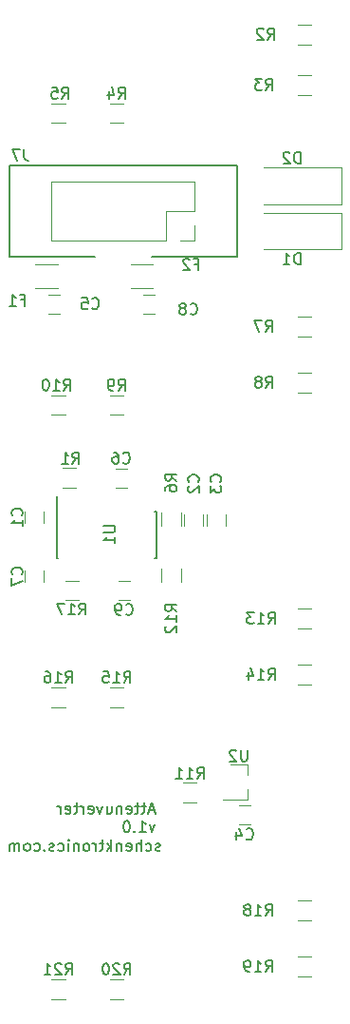
<source format=gbr>
G04 #@! TF.GenerationSoftware,KiCad,Pcbnew,(5.1.4)-1*
G04 #@! TF.CreationDate,2019-11-25T21:03:08-08:00*
G04 #@! TF.ProjectId,Attenuverter,41747465-6e75-4766-9572-7465722e6b69,rev?*
G04 #@! TF.SameCoordinates,Original*
G04 #@! TF.FileFunction,Legend,Bot*
G04 #@! TF.FilePolarity,Positive*
%FSLAX46Y46*%
G04 Gerber Fmt 4.6, Leading zero omitted, Abs format (unit mm)*
G04 Created by KiCad (PCBNEW (5.1.4)-1) date 2019-11-25 21:03:08*
%MOMM*%
%LPD*%
G04 APERTURE LIST*
%ADD10C,0.150000*%
%ADD11C,0.120000*%
G04 APERTURE END LIST*
D10*
X113738095Y-131154761D02*
X113642857Y-131202380D01*
X113452380Y-131202380D01*
X113357142Y-131154761D01*
X113309523Y-131059523D01*
X113309523Y-131011904D01*
X113357142Y-130916666D01*
X113452380Y-130869047D01*
X113595238Y-130869047D01*
X113690476Y-130821428D01*
X113738095Y-130726190D01*
X113738095Y-130678571D01*
X113690476Y-130583333D01*
X113595238Y-130535714D01*
X113452380Y-130535714D01*
X113357142Y-130583333D01*
X112452380Y-131154761D02*
X112547619Y-131202380D01*
X112738095Y-131202380D01*
X112833333Y-131154761D01*
X112880952Y-131107142D01*
X112928571Y-131011904D01*
X112928571Y-130726190D01*
X112880952Y-130630952D01*
X112833333Y-130583333D01*
X112738095Y-130535714D01*
X112547619Y-130535714D01*
X112452380Y-130583333D01*
X112023809Y-131202380D02*
X112023809Y-130202380D01*
X111595238Y-131202380D02*
X111595238Y-130678571D01*
X111642857Y-130583333D01*
X111738095Y-130535714D01*
X111880952Y-130535714D01*
X111976190Y-130583333D01*
X112023809Y-130630952D01*
X110738095Y-131154761D02*
X110833333Y-131202380D01*
X111023809Y-131202380D01*
X111119047Y-131154761D01*
X111166666Y-131059523D01*
X111166666Y-130678571D01*
X111119047Y-130583333D01*
X111023809Y-130535714D01*
X110833333Y-130535714D01*
X110738095Y-130583333D01*
X110690476Y-130678571D01*
X110690476Y-130773809D01*
X111166666Y-130869047D01*
X110261904Y-130535714D02*
X110261904Y-131202380D01*
X110261904Y-130630952D02*
X110214285Y-130583333D01*
X110119047Y-130535714D01*
X109976190Y-130535714D01*
X109880952Y-130583333D01*
X109833333Y-130678571D01*
X109833333Y-131202380D01*
X109357142Y-131202380D02*
X109357142Y-130202380D01*
X109261904Y-130821428D02*
X108976190Y-131202380D01*
X108976190Y-130535714D02*
X109357142Y-130916666D01*
X108690476Y-130535714D02*
X108309523Y-130535714D01*
X108547619Y-130202380D02*
X108547619Y-131059523D01*
X108500000Y-131154761D01*
X108404761Y-131202380D01*
X108309523Y-131202380D01*
X107976190Y-131202380D02*
X107976190Y-130535714D01*
X107976190Y-130726190D02*
X107928571Y-130630952D01*
X107880952Y-130583333D01*
X107785714Y-130535714D01*
X107690476Y-130535714D01*
X107214285Y-131202380D02*
X107309523Y-131154761D01*
X107357142Y-131107142D01*
X107404761Y-131011904D01*
X107404761Y-130726190D01*
X107357142Y-130630952D01*
X107309523Y-130583333D01*
X107214285Y-130535714D01*
X107071428Y-130535714D01*
X106976190Y-130583333D01*
X106928571Y-130630952D01*
X106880952Y-130726190D01*
X106880952Y-131011904D01*
X106928571Y-131107142D01*
X106976190Y-131154761D01*
X107071428Y-131202380D01*
X107214285Y-131202380D01*
X106452380Y-130535714D02*
X106452380Y-131202380D01*
X106452380Y-130630952D02*
X106404761Y-130583333D01*
X106309523Y-130535714D01*
X106166666Y-130535714D01*
X106071428Y-130583333D01*
X106023809Y-130678571D01*
X106023809Y-131202380D01*
X105547619Y-131202380D02*
X105547619Y-130535714D01*
X105547619Y-130202380D02*
X105595238Y-130250000D01*
X105547619Y-130297619D01*
X105500000Y-130250000D01*
X105547619Y-130202380D01*
X105547619Y-130297619D01*
X104642857Y-131154761D02*
X104738095Y-131202380D01*
X104928571Y-131202380D01*
X105023809Y-131154761D01*
X105071428Y-131107142D01*
X105119047Y-131011904D01*
X105119047Y-130726190D01*
X105071428Y-130630952D01*
X105023809Y-130583333D01*
X104928571Y-130535714D01*
X104738095Y-130535714D01*
X104642857Y-130583333D01*
X104261904Y-131154761D02*
X104166666Y-131202380D01*
X103976190Y-131202380D01*
X103880952Y-131154761D01*
X103833333Y-131059523D01*
X103833333Y-131011904D01*
X103880952Y-130916666D01*
X103976190Y-130869047D01*
X104119047Y-130869047D01*
X104214285Y-130821428D01*
X104261904Y-130726190D01*
X104261904Y-130678571D01*
X104214285Y-130583333D01*
X104119047Y-130535714D01*
X103976190Y-130535714D01*
X103880952Y-130583333D01*
X103404761Y-131107142D02*
X103357142Y-131154761D01*
X103404761Y-131202380D01*
X103452380Y-131154761D01*
X103404761Y-131107142D01*
X103404761Y-131202380D01*
X102500000Y-131154761D02*
X102595238Y-131202380D01*
X102785714Y-131202380D01*
X102880952Y-131154761D01*
X102928571Y-131107142D01*
X102976190Y-131011904D01*
X102976190Y-130726190D01*
X102928571Y-130630952D01*
X102880952Y-130583333D01*
X102785714Y-130535714D01*
X102595238Y-130535714D01*
X102500000Y-130583333D01*
X101928571Y-131202380D02*
X102023809Y-131154761D01*
X102071428Y-131107142D01*
X102119047Y-131011904D01*
X102119047Y-130726190D01*
X102071428Y-130630952D01*
X102023809Y-130583333D01*
X101928571Y-130535714D01*
X101785714Y-130535714D01*
X101690476Y-130583333D01*
X101642857Y-130630952D01*
X101595238Y-130726190D01*
X101595238Y-131011904D01*
X101642857Y-131107142D01*
X101690476Y-131154761D01*
X101785714Y-131202380D01*
X101928571Y-131202380D01*
X101166666Y-131202380D02*
X101166666Y-130535714D01*
X101166666Y-130630952D02*
X101119047Y-130583333D01*
X101023809Y-130535714D01*
X100880952Y-130535714D01*
X100785714Y-130583333D01*
X100738095Y-130678571D01*
X100738095Y-131202380D01*
X100738095Y-130678571D02*
X100690476Y-130583333D01*
X100595238Y-130535714D01*
X100452380Y-130535714D01*
X100357142Y-130583333D01*
X100309523Y-130678571D01*
X100309523Y-131202380D01*
X113212023Y-127591666D02*
X112735833Y-127591666D01*
X113307261Y-127877380D02*
X112973928Y-126877380D01*
X112640595Y-127877380D01*
X112450119Y-127210714D02*
X112069166Y-127210714D01*
X112307261Y-126877380D02*
X112307261Y-127734523D01*
X112259642Y-127829761D01*
X112164404Y-127877380D01*
X112069166Y-127877380D01*
X111878690Y-127210714D02*
X111497738Y-127210714D01*
X111735833Y-126877380D02*
X111735833Y-127734523D01*
X111688214Y-127829761D01*
X111592976Y-127877380D01*
X111497738Y-127877380D01*
X110783452Y-127829761D02*
X110878690Y-127877380D01*
X111069166Y-127877380D01*
X111164404Y-127829761D01*
X111212023Y-127734523D01*
X111212023Y-127353571D01*
X111164404Y-127258333D01*
X111069166Y-127210714D01*
X110878690Y-127210714D01*
X110783452Y-127258333D01*
X110735833Y-127353571D01*
X110735833Y-127448809D01*
X111212023Y-127544047D01*
X110307261Y-127210714D02*
X110307261Y-127877380D01*
X110307261Y-127305952D02*
X110259642Y-127258333D01*
X110164404Y-127210714D01*
X110021547Y-127210714D01*
X109926309Y-127258333D01*
X109878690Y-127353571D01*
X109878690Y-127877380D01*
X108973928Y-127210714D02*
X108973928Y-127877380D01*
X109402500Y-127210714D02*
X109402500Y-127734523D01*
X109354880Y-127829761D01*
X109259642Y-127877380D01*
X109116785Y-127877380D01*
X109021547Y-127829761D01*
X108973928Y-127782142D01*
X108592976Y-127210714D02*
X108354880Y-127877380D01*
X108116785Y-127210714D01*
X107354880Y-127829761D02*
X107450119Y-127877380D01*
X107640595Y-127877380D01*
X107735833Y-127829761D01*
X107783452Y-127734523D01*
X107783452Y-127353571D01*
X107735833Y-127258333D01*
X107640595Y-127210714D01*
X107450119Y-127210714D01*
X107354880Y-127258333D01*
X107307261Y-127353571D01*
X107307261Y-127448809D01*
X107783452Y-127544047D01*
X106878690Y-127877380D02*
X106878690Y-127210714D01*
X106878690Y-127401190D02*
X106831071Y-127305952D01*
X106783452Y-127258333D01*
X106688214Y-127210714D01*
X106592976Y-127210714D01*
X106402500Y-127210714D02*
X106021547Y-127210714D01*
X106259642Y-126877380D02*
X106259642Y-127734523D01*
X106212023Y-127829761D01*
X106116785Y-127877380D01*
X106021547Y-127877380D01*
X105307261Y-127829761D02*
X105402500Y-127877380D01*
X105592976Y-127877380D01*
X105688214Y-127829761D01*
X105735833Y-127734523D01*
X105735833Y-127353571D01*
X105688214Y-127258333D01*
X105592976Y-127210714D01*
X105402500Y-127210714D01*
X105307261Y-127258333D01*
X105259642Y-127353571D01*
X105259642Y-127448809D01*
X105735833Y-127544047D01*
X104831071Y-127877380D02*
X104831071Y-127210714D01*
X104831071Y-127401190D02*
X104783452Y-127305952D01*
X104735833Y-127258333D01*
X104640595Y-127210714D01*
X104545357Y-127210714D01*
X113259642Y-128860714D02*
X113021547Y-129527380D01*
X112783452Y-128860714D01*
X111878690Y-129527380D02*
X112450119Y-129527380D01*
X112164404Y-129527380D02*
X112164404Y-128527380D01*
X112259642Y-128670238D01*
X112354880Y-128765476D01*
X112450119Y-128813095D01*
X111450119Y-129432142D02*
X111402500Y-129479761D01*
X111450119Y-129527380D01*
X111497738Y-129479761D01*
X111450119Y-129432142D01*
X111450119Y-129527380D01*
X110783452Y-128527380D02*
X110688214Y-128527380D01*
X110592976Y-128575000D01*
X110545357Y-128622619D01*
X110497738Y-128717857D01*
X110450119Y-128908333D01*
X110450119Y-129146428D01*
X110497738Y-129336904D01*
X110545357Y-129432142D01*
X110592976Y-129479761D01*
X110688214Y-129527380D01*
X110783452Y-129527380D01*
X110878690Y-129479761D01*
X110926309Y-129432142D01*
X110973928Y-129336904D01*
X111021547Y-129146428D01*
X111021547Y-128908333D01*
X110973928Y-128717857D01*
X110926309Y-128622619D01*
X110878690Y-128575000D01*
X110783452Y-128527380D01*
D11*
X101650000Y-102000000D02*
X101650000Y-101000000D01*
X103350000Y-101000000D02*
X103350000Y-102000000D01*
X115900000Y-102250000D02*
X115900000Y-101250000D01*
X117600000Y-101250000D02*
X117600000Y-102250000D01*
X119600000Y-101250000D02*
X119600000Y-102250000D01*
X117900000Y-102250000D02*
X117900000Y-101250000D01*
X121750000Y-128850000D02*
X120750000Y-128850000D01*
X120750000Y-127150000D02*
X121750000Y-127150000D01*
X103750000Y-81650000D02*
X104750000Y-81650000D01*
X104750000Y-83350000D02*
X103750000Y-83350000D01*
X110750000Y-98850000D02*
X109750000Y-98850000D01*
X109750000Y-97150000D02*
X110750000Y-97150000D01*
X103350000Y-106250000D02*
X103350000Y-107250000D01*
X101650000Y-107250000D02*
X101650000Y-106250000D01*
X113250000Y-83350000D02*
X112250000Y-83350000D01*
X112250000Y-81650000D02*
X113250000Y-81650000D01*
X110000000Y-107150000D02*
X111000000Y-107150000D01*
X111000000Y-108850000D02*
X110000000Y-108850000D01*
X129900000Y-74350000D02*
X129900000Y-77650000D01*
X129900000Y-77650000D02*
X123000000Y-77650000D01*
X129900000Y-74350000D02*
X123000000Y-74350000D01*
X129900000Y-70350000D02*
X129900000Y-73650000D01*
X129900000Y-73650000D02*
X123000000Y-73650000D01*
X129900000Y-70350000D02*
X123000000Y-70350000D01*
X104590000Y-78930000D02*
X102590000Y-78930000D01*
X102590000Y-81070000D02*
X104590000Y-81070000D01*
X113090000Y-78930000D02*
X111090000Y-78930000D01*
X111090000Y-81070000D02*
X113090000Y-81070000D01*
X106250000Y-97120000D02*
X105050000Y-97120000D01*
X105050000Y-98880000D02*
X106250000Y-98880000D01*
X127250000Y-57620000D02*
X126050000Y-57620000D01*
X126050000Y-59380000D02*
X127250000Y-59380000D01*
X126050000Y-63880000D02*
X127250000Y-63880000D01*
X127250000Y-62120000D02*
X126050000Y-62120000D01*
X110450000Y-64620000D02*
X109250000Y-64620000D01*
X109250000Y-66380000D02*
X110450000Y-66380000D01*
X105250000Y-64620000D02*
X104050000Y-64620000D01*
X104050000Y-66380000D02*
X105250000Y-66380000D01*
X115630000Y-102250000D02*
X115630000Y-101050000D01*
X113870000Y-101050000D02*
X113870000Y-102250000D01*
X127250000Y-83620000D02*
X126050000Y-83620000D01*
X126050000Y-85380000D02*
X127250000Y-85380000D01*
X126050000Y-90380000D02*
X127250000Y-90380000D01*
X127250000Y-88620000D02*
X126050000Y-88620000D01*
X110450000Y-90620000D02*
X109250000Y-90620000D01*
X109250000Y-92380000D02*
X110450000Y-92380000D01*
X105250000Y-90620000D02*
X104050000Y-90620000D01*
X104050000Y-92380000D02*
X105250000Y-92380000D01*
X115800000Y-126880000D02*
X117000000Y-126880000D01*
X117000000Y-125120000D02*
X115800000Y-125120000D01*
X113870000Y-106050000D02*
X113870000Y-107250000D01*
X115630000Y-107250000D02*
X115630000Y-106050000D01*
X127250000Y-109620000D02*
X126050000Y-109620000D01*
X126050000Y-111380000D02*
X127250000Y-111380000D01*
X126050000Y-116380000D02*
X127250000Y-116380000D01*
X127250000Y-114620000D02*
X126050000Y-114620000D01*
X110450000Y-116620000D02*
X109250000Y-116620000D01*
X109250000Y-118380000D02*
X110450000Y-118380000D01*
X105250000Y-116620000D02*
X104050000Y-116620000D01*
X104050000Y-118380000D02*
X105250000Y-118380000D01*
X106450000Y-107120000D02*
X105250000Y-107120000D01*
X105250000Y-108880000D02*
X106450000Y-108880000D01*
X127250000Y-135620000D02*
X126050000Y-135620000D01*
X126050000Y-137380000D02*
X127250000Y-137380000D01*
X126050000Y-142380000D02*
X127250000Y-142380000D01*
X127250000Y-140620000D02*
X126050000Y-140620000D01*
X110450000Y-142620000D02*
X109250000Y-142620000D01*
X109250000Y-144380000D02*
X110450000Y-144380000D01*
X105250000Y-142620000D02*
X104050000Y-142620000D01*
X104050000Y-144380000D02*
X105250000Y-144380000D01*
D10*
X104490000Y-100975000D02*
X104515000Y-100975000D01*
X104490000Y-105125000D02*
X104605000Y-105125000D01*
X113390000Y-105125000D02*
X113275000Y-105125000D01*
X113390000Y-100975000D02*
X113275000Y-100975000D01*
X104490000Y-100975000D02*
X104490000Y-105125000D01*
X113390000Y-100975000D02*
X113390000Y-105125000D01*
X104515000Y-100975000D02*
X104515000Y-99600000D01*
D11*
X121510000Y-123470000D02*
X121510000Y-124400000D01*
X121510000Y-126630000D02*
X121510000Y-125700000D01*
X121510000Y-126630000D02*
X119350000Y-126630000D01*
X121510000Y-123470000D02*
X120050000Y-123470000D01*
X116830000Y-76830000D02*
X116830000Y-75500000D01*
X115500000Y-76830000D02*
X116830000Y-76830000D01*
X116830000Y-74230000D02*
X116830000Y-71630000D01*
X114230000Y-74230000D02*
X116830000Y-74230000D01*
X114230000Y-76830000D02*
X114230000Y-74230000D01*
X116830000Y-71630000D02*
X104010000Y-71630000D01*
X114230000Y-76830000D02*
X104010000Y-76830000D01*
X104010000Y-76830000D02*
X104010000Y-71630000D01*
D10*
X107880000Y-78294000D02*
X100260000Y-78294000D01*
X100260000Y-78294000D02*
X100260000Y-70166000D01*
X100260000Y-70166000D02*
X120580000Y-70166000D01*
X120580000Y-70166000D02*
X120580000Y-78294000D01*
X120580000Y-78294000D02*
X112960000Y-78294000D01*
X101357142Y-101333333D02*
X101404761Y-101285714D01*
X101452380Y-101142857D01*
X101452380Y-101047619D01*
X101404761Y-100904761D01*
X101309523Y-100809523D01*
X101214285Y-100761904D01*
X101023809Y-100714285D01*
X100880952Y-100714285D01*
X100690476Y-100761904D01*
X100595238Y-100809523D01*
X100500000Y-100904761D01*
X100452380Y-101047619D01*
X100452380Y-101142857D01*
X100500000Y-101285714D01*
X100547619Y-101333333D01*
X101452380Y-102285714D02*
X101452380Y-101714285D01*
X101452380Y-102000000D02*
X100452380Y-102000000D01*
X100595238Y-101904761D01*
X100690476Y-101809523D01*
X100738095Y-101714285D01*
X117107142Y-98333333D02*
X117154761Y-98285714D01*
X117202380Y-98142857D01*
X117202380Y-98047619D01*
X117154761Y-97904761D01*
X117059523Y-97809523D01*
X116964285Y-97761904D01*
X116773809Y-97714285D01*
X116630952Y-97714285D01*
X116440476Y-97761904D01*
X116345238Y-97809523D01*
X116250000Y-97904761D01*
X116202380Y-98047619D01*
X116202380Y-98142857D01*
X116250000Y-98285714D01*
X116297619Y-98333333D01*
X116297619Y-98714285D02*
X116250000Y-98761904D01*
X116202380Y-98857142D01*
X116202380Y-99095238D01*
X116250000Y-99190476D01*
X116297619Y-99238095D01*
X116392857Y-99285714D01*
X116488095Y-99285714D01*
X116630952Y-99238095D01*
X117202380Y-98666666D01*
X117202380Y-99285714D01*
X119107142Y-98333333D02*
X119154761Y-98285714D01*
X119202380Y-98142857D01*
X119202380Y-98047619D01*
X119154761Y-97904761D01*
X119059523Y-97809523D01*
X118964285Y-97761904D01*
X118773809Y-97714285D01*
X118630952Y-97714285D01*
X118440476Y-97761904D01*
X118345238Y-97809523D01*
X118250000Y-97904761D01*
X118202380Y-98047619D01*
X118202380Y-98142857D01*
X118250000Y-98285714D01*
X118297619Y-98333333D01*
X118202380Y-98666666D02*
X118202380Y-99285714D01*
X118583333Y-98952380D01*
X118583333Y-99095238D01*
X118630952Y-99190476D01*
X118678571Y-99238095D01*
X118773809Y-99285714D01*
X119011904Y-99285714D01*
X119107142Y-99238095D01*
X119154761Y-99190476D01*
X119202380Y-99095238D01*
X119202380Y-98809523D01*
X119154761Y-98714285D01*
X119107142Y-98666666D01*
X121416666Y-130107142D02*
X121464285Y-130154761D01*
X121607142Y-130202380D01*
X121702380Y-130202380D01*
X121845238Y-130154761D01*
X121940476Y-130059523D01*
X121988095Y-129964285D01*
X122035714Y-129773809D01*
X122035714Y-129630952D01*
X121988095Y-129440476D01*
X121940476Y-129345238D01*
X121845238Y-129250000D01*
X121702380Y-129202380D01*
X121607142Y-129202380D01*
X121464285Y-129250000D01*
X121416666Y-129297619D01*
X120559523Y-129535714D02*
X120559523Y-130202380D01*
X120797619Y-129154761D02*
X121035714Y-129869047D01*
X120416666Y-129869047D01*
X107666666Y-82857142D02*
X107714285Y-82904761D01*
X107857142Y-82952380D01*
X107952380Y-82952380D01*
X108095238Y-82904761D01*
X108190476Y-82809523D01*
X108238095Y-82714285D01*
X108285714Y-82523809D01*
X108285714Y-82380952D01*
X108238095Y-82190476D01*
X108190476Y-82095238D01*
X108095238Y-82000000D01*
X107952380Y-81952380D01*
X107857142Y-81952380D01*
X107714285Y-82000000D01*
X107666666Y-82047619D01*
X106761904Y-81952380D02*
X107238095Y-81952380D01*
X107285714Y-82428571D01*
X107238095Y-82380952D01*
X107142857Y-82333333D01*
X106904761Y-82333333D01*
X106809523Y-82380952D01*
X106761904Y-82428571D01*
X106714285Y-82523809D01*
X106714285Y-82761904D01*
X106761904Y-82857142D01*
X106809523Y-82904761D01*
X106904761Y-82952380D01*
X107142857Y-82952380D01*
X107238095Y-82904761D01*
X107285714Y-82857142D01*
X110416666Y-96607142D02*
X110464285Y-96654761D01*
X110607142Y-96702380D01*
X110702380Y-96702380D01*
X110845238Y-96654761D01*
X110940476Y-96559523D01*
X110988095Y-96464285D01*
X111035714Y-96273809D01*
X111035714Y-96130952D01*
X110988095Y-95940476D01*
X110940476Y-95845238D01*
X110845238Y-95750000D01*
X110702380Y-95702380D01*
X110607142Y-95702380D01*
X110464285Y-95750000D01*
X110416666Y-95797619D01*
X109559523Y-95702380D02*
X109750000Y-95702380D01*
X109845238Y-95750000D01*
X109892857Y-95797619D01*
X109988095Y-95940476D01*
X110035714Y-96130952D01*
X110035714Y-96511904D01*
X109988095Y-96607142D01*
X109940476Y-96654761D01*
X109845238Y-96702380D01*
X109654761Y-96702380D01*
X109559523Y-96654761D01*
X109511904Y-96607142D01*
X109464285Y-96511904D01*
X109464285Y-96273809D01*
X109511904Y-96178571D01*
X109559523Y-96130952D01*
X109654761Y-96083333D01*
X109845238Y-96083333D01*
X109940476Y-96130952D01*
X109988095Y-96178571D01*
X110035714Y-96273809D01*
X101357142Y-106583333D02*
X101404761Y-106535714D01*
X101452380Y-106392857D01*
X101452380Y-106297619D01*
X101404761Y-106154761D01*
X101309523Y-106059523D01*
X101214285Y-106011904D01*
X101023809Y-105964285D01*
X100880952Y-105964285D01*
X100690476Y-106011904D01*
X100595238Y-106059523D01*
X100500000Y-106154761D01*
X100452380Y-106297619D01*
X100452380Y-106392857D01*
X100500000Y-106535714D01*
X100547619Y-106583333D01*
X100452380Y-106916666D02*
X100452380Y-107583333D01*
X101452380Y-107154761D01*
X116416666Y-83357142D02*
X116464285Y-83404761D01*
X116607142Y-83452380D01*
X116702380Y-83452380D01*
X116845238Y-83404761D01*
X116940476Y-83309523D01*
X116988095Y-83214285D01*
X117035714Y-83023809D01*
X117035714Y-82880952D01*
X116988095Y-82690476D01*
X116940476Y-82595238D01*
X116845238Y-82500000D01*
X116702380Y-82452380D01*
X116607142Y-82452380D01*
X116464285Y-82500000D01*
X116416666Y-82547619D01*
X115845238Y-82880952D02*
X115940476Y-82833333D01*
X115988095Y-82785714D01*
X116035714Y-82690476D01*
X116035714Y-82642857D01*
X115988095Y-82547619D01*
X115940476Y-82500000D01*
X115845238Y-82452380D01*
X115654761Y-82452380D01*
X115559523Y-82500000D01*
X115511904Y-82547619D01*
X115464285Y-82642857D01*
X115464285Y-82690476D01*
X115511904Y-82785714D01*
X115559523Y-82833333D01*
X115654761Y-82880952D01*
X115845238Y-82880952D01*
X115940476Y-82928571D01*
X115988095Y-82976190D01*
X116035714Y-83071428D01*
X116035714Y-83261904D01*
X115988095Y-83357142D01*
X115940476Y-83404761D01*
X115845238Y-83452380D01*
X115654761Y-83452380D01*
X115559523Y-83404761D01*
X115511904Y-83357142D01*
X115464285Y-83261904D01*
X115464285Y-83071428D01*
X115511904Y-82976190D01*
X115559523Y-82928571D01*
X115654761Y-82880952D01*
X110666666Y-110107142D02*
X110714285Y-110154761D01*
X110857142Y-110202380D01*
X110952380Y-110202380D01*
X111095238Y-110154761D01*
X111190476Y-110059523D01*
X111238095Y-109964285D01*
X111285714Y-109773809D01*
X111285714Y-109630952D01*
X111238095Y-109440476D01*
X111190476Y-109345238D01*
X111095238Y-109250000D01*
X110952380Y-109202380D01*
X110857142Y-109202380D01*
X110714285Y-109250000D01*
X110666666Y-109297619D01*
X110190476Y-110202380D02*
X110000000Y-110202380D01*
X109904761Y-110154761D01*
X109857142Y-110107142D01*
X109761904Y-109964285D01*
X109714285Y-109773809D01*
X109714285Y-109392857D01*
X109761904Y-109297619D01*
X109809523Y-109250000D01*
X109904761Y-109202380D01*
X110095238Y-109202380D01*
X110190476Y-109250000D01*
X110238095Y-109297619D01*
X110285714Y-109392857D01*
X110285714Y-109630952D01*
X110238095Y-109726190D01*
X110190476Y-109773809D01*
X110095238Y-109821428D01*
X109904761Y-109821428D01*
X109809523Y-109773809D01*
X109761904Y-109726190D01*
X109714285Y-109630952D01*
X126238095Y-78952380D02*
X126238095Y-77952380D01*
X126000000Y-77952380D01*
X125857142Y-78000000D01*
X125761904Y-78095238D01*
X125714285Y-78190476D01*
X125666666Y-78380952D01*
X125666666Y-78523809D01*
X125714285Y-78714285D01*
X125761904Y-78809523D01*
X125857142Y-78904761D01*
X126000000Y-78952380D01*
X126238095Y-78952380D01*
X124714285Y-78952380D02*
X125285714Y-78952380D01*
X125000000Y-78952380D02*
X125000000Y-77952380D01*
X125095238Y-78095238D01*
X125190476Y-78190476D01*
X125285714Y-78238095D01*
X126238095Y-69952380D02*
X126238095Y-68952380D01*
X126000000Y-68952380D01*
X125857142Y-69000000D01*
X125761904Y-69095238D01*
X125714285Y-69190476D01*
X125666666Y-69380952D01*
X125666666Y-69523809D01*
X125714285Y-69714285D01*
X125761904Y-69809523D01*
X125857142Y-69904761D01*
X126000000Y-69952380D01*
X126238095Y-69952380D01*
X125285714Y-69047619D02*
X125238095Y-69000000D01*
X125142857Y-68952380D01*
X124904761Y-68952380D01*
X124809523Y-69000000D01*
X124761904Y-69047619D01*
X124714285Y-69142857D01*
X124714285Y-69238095D01*
X124761904Y-69380952D01*
X125333333Y-69952380D01*
X124714285Y-69952380D01*
X101333333Y-82128571D02*
X101666666Y-82128571D01*
X101666666Y-82652380D02*
X101666666Y-81652380D01*
X101190476Y-81652380D01*
X100285714Y-82652380D02*
X100857142Y-82652380D01*
X100571428Y-82652380D02*
X100571428Y-81652380D01*
X100666666Y-81795238D01*
X100761904Y-81890476D01*
X100857142Y-81938095D01*
X116833333Y-78928571D02*
X117166666Y-78928571D01*
X117166666Y-79452380D02*
X117166666Y-78452380D01*
X116690476Y-78452380D01*
X116357142Y-78547619D02*
X116309523Y-78500000D01*
X116214285Y-78452380D01*
X115976190Y-78452380D01*
X115880952Y-78500000D01*
X115833333Y-78547619D01*
X115785714Y-78642857D01*
X115785714Y-78738095D01*
X115833333Y-78880952D01*
X116404761Y-79452380D01*
X115785714Y-79452380D01*
X105916666Y-96702380D02*
X106250000Y-96226190D01*
X106488095Y-96702380D02*
X106488095Y-95702380D01*
X106107142Y-95702380D01*
X106011904Y-95750000D01*
X105964285Y-95797619D01*
X105916666Y-95892857D01*
X105916666Y-96035714D01*
X105964285Y-96130952D01*
X106011904Y-96178571D01*
X106107142Y-96226190D01*
X106488095Y-96226190D01*
X104964285Y-96702380D02*
X105535714Y-96702380D01*
X105250000Y-96702380D02*
X105250000Y-95702380D01*
X105345238Y-95845238D01*
X105440476Y-95940476D01*
X105535714Y-95988095D01*
X123316666Y-58952380D02*
X123650000Y-58476190D01*
X123888095Y-58952380D02*
X123888095Y-57952380D01*
X123507142Y-57952380D01*
X123411904Y-58000000D01*
X123364285Y-58047619D01*
X123316666Y-58142857D01*
X123316666Y-58285714D01*
X123364285Y-58380952D01*
X123411904Y-58428571D01*
X123507142Y-58476190D01*
X123888095Y-58476190D01*
X122935714Y-58047619D02*
X122888095Y-58000000D01*
X122792857Y-57952380D01*
X122554761Y-57952380D01*
X122459523Y-58000000D01*
X122411904Y-58047619D01*
X122364285Y-58142857D01*
X122364285Y-58238095D01*
X122411904Y-58380952D01*
X122983333Y-58952380D01*
X122364285Y-58952380D01*
X123166666Y-63452380D02*
X123500000Y-62976190D01*
X123738095Y-63452380D02*
X123738095Y-62452380D01*
X123357142Y-62452380D01*
X123261904Y-62500000D01*
X123214285Y-62547619D01*
X123166666Y-62642857D01*
X123166666Y-62785714D01*
X123214285Y-62880952D01*
X123261904Y-62928571D01*
X123357142Y-62976190D01*
X123738095Y-62976190D01*
X122833333Y-62452380D02*
X122214285Y-62452380D01*
X122547619Y-62833333D01*
X122404761Y-62833333D01*
X122309523Y-62880952D01*
X122261904Y-62928571D01*
X122214285Y-63023809D01*
X122214285Y-63261904D01*
X122261904Y-63357142D01*
X122309523Y-63404761D01*
X122404761Y-63452380D01*
X122690476Y-63452380D01*
X122785714Y-63404761D01*
X122833333Y-63357142D01*
X110016666Y-64202380D02*
X110350000Y-63726190D01*
X110588095Y-64202380D02*
X110588095Y-63202380D01*
X110207142Y-63202380D01*
X110111904Y-63250000D01*
X110064285Y-63297619D01*
X110016666Y-63392857D01*
X110016666Y-63535714D01*
X110064285Y-63630952D01*
X110111904Y-63678571D01*
X110207142Y-63726190D01*
X110588095Y-63726190D01*
X109159523Y-63535714D02*
X109159523Y-64202380D01*
X109397619Y-63154761D02*
X109635714Y-63869047D01*
X109016666Y-63869047D01*
X104966666Y-64202380D02*
X105300000Y-63726190D01*
X105538095Y-64202380D02*
X105538095Y-63202380D01*
X105157142Y-63202380D01*
X105061904Y-63250000D01*
X105014285Y-63297619D01*
X104966666Y-63392857D01*
X104966666Y-63535714D01*
X105014285Y-63630952D01*
X105061904Y-63678571D01*
X105157142Y-63726190D01*
X105538095Y-63726190D01*
X104061904Y-63202380D02*
X104538095Y-63202380D01*
X104585714Y-63678571D01*
X104538095Y-63630952D01*
X104442857Y-63583333D01*
X104204761Y-63583333D01*
X104109523Y-63630952D01*
X104061904Y-63678571D01*
X104014285Y-63773809D01*
X104014285Y-64011904D01*
X104061904Y-64107142D01*
X104109523Y-64154761D01*
X104204761Y-64202380D01*
X104442857Y-64202380D01*
X104538095Y-64154761D01*
X104585714Y-64107142D01*
X115202380Y-98233333D02*
X114726190Y-97900000D01*
X115202380Y-97661904D02*
X114202380Y-97661904D01*
X114202380Y-98042857D01*
X114250000Y-98138095D01*
X114297619Y-98185714D01*
X114392857Y-98233333D01*
X114535714Y-98233333D01*
X114630952Y-98185714D01*
X114678571Y-98138095D01*
X114726190Y-98042857D01*
X114726190Y-97661904D01*
X114202380Y-99090476D02*
X114202380Y-98900000D01*
X114250000Y-98804761D01*
X114297619Y-98757142D01*
X114440476Y-98661904D01*
X114630952Y-98614285D01*
X115011904Y-98614285D01*
X115107142Y-98661904D01*
X115154761Y-98709523D01*
X115202380Y-98804761D01*
X115202380Y-98995238D01*
X115154761Y-99090476D01*
X115107142Y-99138095D01*
X115011904Y-99185714D01*
X114773809Y-99185714D01*
X114678571Y-99138095D01*
X114630952Y-99090476D01*
X114583333Y-98995238D01*
X114583333Y-98804761D01*
X114630952Y-98709523D01*
X114678571Y-98661904D01*
X114773809Y-98614285D01*
X123166666Y-84952380D02*
X123500000Y-84476190D01*
X123738095Y-84952380D02*
X123738095Y-83952380D01*
X123357142Y-83952380D01*
X123261904Y-84000000D01*
X123214285Y-84047619D01*
X123166666Y-84142857D01*
X123166666Y-84285714D01*
X123214285Y-84380952D01*
X123261904Y-84428571D01*
X123357142Y-84476190D01*
X123738095Y-84476190D01*
X122833333Y-83952380D02*
X122166666Y-83952380D01*
X122595238Y-84952380D01*
X123166666Y-89952380D02*
X123500000Y-89476190D01*
X123738095Y-89952380D02*
X123738095Y-88952380D01*
X123357142Y-88952380D01*
X123261904Y-89000000D01*
X123214285Y-89047619D01*
X123166666Y-89142857D01*
X123166666Y-89285714D01*
X123214285Y-89380952D01*
X123261904Y-89428571D01*
X123357142Y-89476190D01*
X123738095Y-89476190D01*
X122595238Y-89380952D02*
X122690476Y-89333333D01*
X122738095Y-89285714D01*
X122785714Y-89190476D01*
X122785714Y-89142857D01*
X122738095Y-89047619D01*
X122690476Y-89000000D01*
X122595238Y-88952380D01*
X122404761Y-88952380D01*
X122309523Y-89000000D01*
X122261904Y-89047619D01*
X122214285Y-89142857D01*
X122214285Y-89190476D01*
X122261904Y-89285714D01*
X122309523Y-89333333D01*
X122404761Y-89380952D01*
X122595238Y-89380952D01*
X122690476Y-89428571D01*
X122738095Y-89476190D01*
X122785714Y-89571428D01*
X122785714Y-89761904D01*
X122738095Y-89857142D01*
X122690476Y-89904761D01*
X122595238Y-89952380D01*
X122404761Y-89952380D01*
X122309523Y-89904761D01*
X122261904Y-89857142D01*
X122214285Y-89761904D01*
X122214285Y-89571428D01*
X122261904Y-89476190D01*
X122309523Y-89428571D01*
X122404761Y-89380952D01*
X110016666Y-90202380D02*
X110350000Y-89726190D01*
X110588095Y-90202380D02*
X110588095Y-89202380D01*
X110207142Y-89202380D01*
X110111904Y-89250000D01*
X110064285Y-89297619D01*
X110016666Y-89392857D01*
X110016666Y-89535714D01*
X110064285Y-89630952D01*
X110111904Y-89678571D01*
X110207142Y-89726190D01*
X110588095Y-89726190D01*
X109540476Y-90202380D02*
X109350000Y-90202380D01*
X109254761Y-90154761D01*
X109207142Y-90107142D01*
X109111904Y-89964285D01*
X109064285Y-89773809D01*
X109064285Y-89392857D01*
X109111904Y-89297619D01*
X109159523Y-89250000D01*
X109254761Y-89202380D01*
X109445238Y-89202380D01*
X109540476Y-89250000D01*
X109588095Y-89297619D01*
X109635714Y-89392857D01*
X109635714Y-89630952D01*
X109588095Y-89726190D01*
X109540476Y-89773809D01*
X109445238Y-89821428D01*
X109254761Y-89821428D01*
X109159523Y-89773809D01*
X109111904Y-89726190D01*
X109064285Y-89630952D01*
X105142857Y-90202380D02*
X105476190Y-89726190D01*
X105714285Y-90202380D02*
X105714285Y-89202380D01*
X105333333Y-89202380D01*
X105238095Y-89250000D01*
X105190476Y-89297619D01*
X105142857Y-89392857D01*
X105142857Y-89535714D01*
X105190476Y-89630952D01*
X105238095Y-89678571D01*
X105333333Y-89726190D01*
X105714285Y-89726190D01*
X104190476Y-90202380D02*
X104761904Y-90202380D01*
X104476190Y-90202380D02*
X104476190Y-89202380D01*
X104571428Y-89345238D01*
X104666666Y-89440476D01*
X104761904Y-89488095D01*
X103571428Y-89202380D02*
X103476190Y-89202380D01*
X103380952Y-89250000D01*
X103333333Y-89297619D01*
X103285714Y-89392857D01*
X103238095Y-89583333D01*
X103238095Y-89821428D01*
X103285714Y-90011904D01*
X103333333Y-90107142D01*
X103380952Y-90154761D01*
X103476190Y-90202380D01*
X103571428Y-90202380D01*
X103666666Y-90154761D01*
X103714285Y-90107142D01*
X103761904Y-90011904D01*
X103809523Y-89821428D01*
X103809523Y-89583333D01*
X103761904Y-89392857D01*
X103714285Y-89297619D01*
X103666666Y-89250000D01*
X103571428Y-89202380D01*
X117042857Y-124752380D02*
X117376190Y-124276190D01*
X117614285Y-124752380D02*
X117614285Y-123752380D01*
X117233333Y-123752380D01*
X117138095Y-123800000D01*
X117090476Y-123847619D01*
X117042857Y-123942857D01*
X117042857Y-124085714D01*
X117090476Y-124180952D01*
X117138095Y-124228571D01*
X117233333Y-124276190D01*
X117614285Y-124276190D01*
X116090476Y-124752380D02*
X116661904Y-124752380D01*
X116376190Y-124752380D02*
X116376190Y-123752380D01*
X116471428Y-123895238D01*
X116566666Y-123990476D01*
X116661904Y-124038095D01*
X115138095Y-124752380D02*
X115709523Y-124752380D01*
X115423809Y-124752380D02*
X115423809Y-123752380D01*
X115519047Y-123895238D01*
X115614285Y-123990476D01*
X115709523Y-124038095D01*
X115202380Y-109857142D02*
X114726190Y-109523809D01*
X115202380Y-109285714D02*
X114202380Y-109285714D01*
X114202380Y-109666666D01*
X114250000Y-109761904D01*
X114297619Y-109809523D01*
X114392857Y-109857142D01*
X114535714Y-109857142D01*
X114630952Y-109809523D01*
X114678571Y-109761904D01*
X114726190Y-109666666D01*
X114726190Y-109285714D01*
X115202380Y-110809523D02*
X115202380Y-110238095D01*
X115202380Y-110523809D02*
X114202380Y-110523809D01*
X114345238Y-110428571D01*
X114440476Y-110333333D01*
X114488095Y-110238095D01*
X114297619Y-111190476D02*
X114250000Y-111238095D01*
X114202380Y-111333333D01*
X114202380Y-111571428D01*
X114250000Y-111666666D01*
X114297619Y-111714285D01*
X114392857Y-111761904D01*
X114488095Y-111761904D01*
X114630952Y-111714285D01*
X115202380Y-111142857D01*
X115202380Y-111761904D01*
X123392857Y-110952380D02*
X123726190Y-110476190D01*
X123964285Y-110952380D02*
X123964285Y-109952380D01*
X123583333Y-109952380D01*
X123488095Y-110000000D01*
X123440476Y-110047619D01*
X123392857Y-110142857D01*
X123392857Y-110285714D01*
X123440476Y-110380952D01*
X123488095Y-110428571D01*
X123583333Y-110476190D01*
X123964285Y-110476190D01*
X122440476Y-110952380D02*
X123011904Y-110952380D01*
X122726190Y-110952380D02*
X122726190Y-109952380D01*
X122821428Y-110095238D01*
X122916666Y-110190476D01*
X123011904Y-110238095D01*
X122107142Y-109952380D02*
X121488095Y-109952380D01*
X121821428Y-110333333D01*
X121678571Y-110333333D01*
X121583333Y-110380952D01*
X121535714Y-110428571D01*
X121488095Y-110523809D01*
X121488095Y-110761904D01*
X121535714Y-110857142D01*
X121583333Y-110904761D01*
X121678571Y-110952380D01*
X121964285Y-110952380D01*
X122059523Y-110904761D01*
X122107142Y-110857142D01*
X123392857Y-115952380D02*
X123726190Y-115476190D01*
X123964285Y-115952380D02*
X123964285Y-114952380D01*
X123583333Y-114952380D01*
X123488095Y-115000000D01*
X123440476Y-115047619D01*
X123392857Y-115142857D01*
X123392857Y-115285714D01*
X123440476Y-115380952D01*
X123488095Y-115428571D01*
X123583333Y-115476190D01*
X123964285Y-115476190D01*
X122440476Y-115952380D02*
X123011904Y-115952380D01*
X122726190Y-115952380D02*
X122726190Y-114952380D01*
X122821428Y-115095238D01*
X122916666Y-115190476D01*
X123011904Y-115238095D01*
X121583333Y-115285714D02*
X121583333Y-115952380D01*
X121821428Y-114904761D02*
X122059523Y-115619047D01*
X121440476Y-115619047D01*
X110492857Y-116202380D02*
X110826190Y-115726190D01*
X111064285Y-116202380D02*
X111064285Y-115202380D01*
X110683333Y-115202380D01*
X110588095Y-115250000D01*
X110540476Y-115297619D01*
X110492857Y-115392857D01*
X110492857Y-115535714D01*
X110540476Y-115630952D01*
X110588095Y-115678571D01*
X110683333Y-115726190D01*
X111064285Y-115726190D01*
X109540476Y-116202380D02*
X110111904Y-116202380D01*
X109826190Y-116202380D02*
X109826190Y-115202380D01*
X109921428Y-115345238D01*
X110016666Y-115440476D01*
X110111904Y-115488095D01*
X108635714Y-115202380D02*
X109111904Y-115202380D01*
X109159523Y-115678571D01*
X109111904Y-115630952D01*
X109016666Y-115583333D01*
X108778571Y-115583333D01*
X108683333Y-115630952D01*
X108635714Y-115678571D01*
X108588095Y-115773809D01*
X108588095Y-116011904D01*
X108635714Y-116107142D01*
X108683333Y-116154761D01*
X108778571Y-116202380D01*
X109016666Y-116202380D01*
X109111904Y-116154761D01*
X109159523Y-116107142D01*
X105292857Y-116202380D02*
X105626190Y-115726190D01*
X105864285Y-116202380D02*
X105864285Y-115202380D01*
X105483333Y-115202380D01*
X105388095Y-115250000D01*
X105340476Y-115297619D01*
X105292857Y-115392857D01*
X105292857Y-115535714D01*
X105340476Y-115630952D01*
X105388095Y-115678571D01*
X105483333Y-115726190D01*
X105864285Y-115726190D01*
X104340476Y-116202380D02*
X104911904Y-116202380D01*
X104626190Y-116202380D02*
X104626190Y-115202380D01*
X104721428Y-115345238D01*
X104816666Y-115440476D01*
X104911904Y-115488095D01*
X103483333Y-115202380D02*
X103673809Y-115202380D01*
X103769047Y-115250000D01*
X103816666Y-115297619D01*
X103911904Y-115440476D01*
X103959523Y-115630952D01*
X103959523Y-116011904D01*
X103911904Y-116107142D01*
X103864285Y-116154761D01*
X103769047Y-116202380D01*
X103578571Y-116202380D01*
X103483333Y-116154761D01*
X103435714Y-116107142D01*
X103388095Y-116011904D01*
X103388095Y-115773809D01*
X103435714Y-115678571D01*
X103483333Y-115630952D01*
X103578571Y-115583333D01*
X103769047Y-115583333D01*
X103864285Y-115630952D01*
X103911904Y-115678571D01*
X103959523Y-115773809D01*
X106492857Y-110152380D02*
X106826190Y-109676190D01*
X107064285Y-110152380D02*
X107064285Y-109152380D01*
X106683333Y-109152380D01*
X106588095Y-109200000D01*
X106540476Y-109247619D01*
X106492857Y-109342857D01*
X106492857Y-109485714D01*
X106540476Y-109580952D01*
X106588095Y-109628571D01*
X106683333Y-109676190D01*
X107064285Y-109676190D01*
X105540476Y-110152380D02*
X106111904Y-110152380D01*
X105826190Y-110152380D02*
X105826190Y-109152380D01*
X105921428Y-109295238D01*
X106016666Y-109390476D01*
X106111904Y-109438095D01*
X105207142Y-109152380D02*
X104540476Y-109152380D01*
X104969047Y-110152380D01*
X123142857Y-136952380D02*
X123476190Y-136476190D01*
X123714285Y-136952380D02*
X123714285Y-135952380D01*
X123333333Y-135952380D01*
X123238095Y-136000000D01*
X123190476Y-136047619D01*
X123142857Y-136142857D01*
X123142857Y-136285714D01*
X123190476Y-136380952D01*
X123238095Y-136428571D01*
X123333333Y-136476190D01*
X123714285Y-136476190D01*
X122190476Y-136952380D02*
X122761904Y-136952380D01*
X122476190Y-136952380D02*
X122476190Y-135952380D01*
X122571428Y-136095238D01*
X122666666Y-136190476D01*
X122761904Y-136238095D01*
X121619047Y-136380952D02*
X121714285Y-136333333D01*
X121761904Y-136285714D01*
X121809523Y-136190476D01*
X121809523Y-136142857D01*
X121761904Y-136047619D01*
X121714285Y-136000000D01*
X121619047Y-135952380D01*
X121428571Y-135952380D01*
X121333333Y-136000000D01*
X121285714Y-136047619D01*
X121238095Y-136142857D01*
X121238095Y-136190476D01*
X121285714Y-136285714D01*
X121333333Y-136333333D01*
X121428571Y-136380952D01*
X121619047Y-136380952D01*
X121714285Y-136428571D01*
X121761904Y-136476190D01*
X121809523Y-136571428D01*
X121809523Y-136761904D01*
X121761904Y-136857142D01*
X121714285Y-136904761D01*
X121619047Y-136952380D01*
X121428571Y-136952380D01*
X121333333Y-136904761D01*
X121285714Y-136857142D01*
X121238095Y-136761904D01*
X121238095Y-136571428D01*
X121285714Y-136476190D01*
X121333333Y-136428571D01*
X121428571Y-136380952D01*
X123142857Y-141952380D02*
X123476190Y-141476190D01*
X123714285Y-141952380D02*
X123714285Y-140952380D01*
X123333333Y-140952380D01*
X123238095Y-141000000D01*
X123190476Y-141047619D01*
X123142857Y-141142857D01*
X123142857Y-141285714D01*
X123190476Y-141380952D01*
X123238095Y-141428571D01*
X123333333Y-141476190D01*
X123714285Y-141476190D01*
X122190476Y-141952380D02*
X122761904Y-141952380D01*
X122476190Y-141952380D02*
X122476190Y-140952380D01*
X122571428Y-141095238D01*
X122666666Y-141190476D01*
X122761904Y-141238095D01*
X121714285Y-141952380D02*
X121523809Y-141952380D01*
X121428571Y-141904761D01*
X121380952Y-141857142D01*
X121285714Y-141714285D01*
X121238095Y-141523809D01*
X121238095Y-141142857D01*
X121285714Y-141047619D01*
X121333333Y-141000000D01*
X121428571Y-140952380D01*
X121619047Y-140952380D01*
X121714285Y-141000000D01*
X121761904Y-141047619D01*
X121809523Y-141142857D01*
X121809523Y-141380952D01*
X121761904Y-141476190D01*
X121714285Y-141523809D01*
X121619047Y-141571428D01*
X121428571Y-141571428D01*
X121333333Y-141523809D01*
X121285714Y-141476190D01*
X121238095Y-141380952D01*
X110492857Y-142202380D02*
X110826190Y-141726190D01*
X111064285Y-142202380D02*
X111064285Y-141202380D01*
X110683333Y-141202380D01*
X110588095Y-141250000D01*
X110540476Y-141297619D01*
X110492857Y-141392857D01*
X110492857Y-141535714D01*
X110540476Y-141630952D01*
X110588095Y-141678571D01*
X110683333Y-141726190D01*
X111064285Y-141726190D01*
X110111904Y-141297619D02*
X110064285Y-141250000D01*
X109969047Y-141202380D01*
X109730952Y-141202380D01*
X109635714Y-141250000D01*
X109588095Y-141297619D01*
X109540476Y-141392857D01*
X109540476Y-141488095D01*
X109588095Y-141630952D01*
X110159523Y-142202380D01*
X109540476Y-142202380D01*
X108921428Y-141202380D02*
X108826190Y-141202380D01*
X108730952Y-141250000D01*
X108683333Y-141297619D01*
X108635714Y-141392857D01*
X108588095Y-141583333D01*
X108588095Y-141821428D01*
X108635714Y-142011904D01*
X108683333Y-142107142D01*
X108730952Y-142154761D01*
X108826190Y-142202380D01*
X108921428Y-142202380D01*
X109016666Y-142154761D01*
X109064285Y-142107142D01*
X109111904Y-142011904D01*
X109159523Y-141821428D01*
X109159523Y-141583333D01*
X109111904Y-141392857D01*
X109064285Y-141297619D01*
X109016666Y-141250000D01*
X108921428Y-141202380D01*
X105292857Y-142202380D02*
X105626190Y-141726190D01*
X105864285Y-142202380D02*
X105864285Y-141202380D01*
X105483333Y-141202380D01*
X105388095Y-141250000D01*
X105340476Y-141297619D01*
X105292857Y-141392857D01*
X105292857Y-141535714D01*
X105340476Y-141630952D01*
X105388095Y-141678571D01*
X105483333Y-141726190D01*
X105864285Y-141726190D01*
X104911904Y-141297619D02*
X104864285Y-141250000D01*
X104769047Y-141202380D01*
X104530952Y-141202380D01*
X104435714Y-141250000D01*
X104388095Y-141297619D01*
X104340476Y-141392857D01*
X104340476Y-141488095D01*
X104388095Y-141630952D01*
X104959523Y-142202380D01*
X104340476Y-142202380D01*
X103388095Y-142202380D02*
X103959523Y-142202380D01*
X103673809Y-142202380D02*
X103673809Y-141202380D01*
X103769047Y-141345238D01*
X103864285Y-141440476D01*
X103959523Y-141488095D01*
X108702380Y-102238095D02*
X109511904Y-102238095D01*
X109607142Y-102285714D01*
X109654761Y-102333333D01*
X109702380Y-102428571D01*
X109702380Y-102619047D01*
X109654761Y-102714285D01*
X109607142Y-102761904D01*
X109511904Y-102809523D01*
X108702380Y-102809523D01*
X109702380Y-103809523D02*
X109702380Y-103238095D01*
X109702380Y-103523809D02*
X108702380Y-103523809D01*
X108845238Y-103428571D01*
X108940476Y-103333333D01*
X108988095Y-103238095D01*
X121511904Y-122202380D02*
X121511904Y-123011904D01*
X121464285Y-123107142D01*
X121416666Y-123154761D01*
X121321428Y-123202380D01*
X121130952Y-123202380D01*
X121035714Y-123154761D01*
X120988095Y-123107142D01*
X120940476Y-123011904D01*
X120940476Y-122202380D01*
X120511904Y-122297619D02*
X120464285Y-122250000D01*
X120369047Y-122202380D01*
X120130952Y-122202380D01*
X120035714Y-122250000D01*
X119988095Y-122297619D01*
X119940476Y-122392857D01*
X119940476Y-122488095D01*
X119988095Y-122630952D01*
X120559523Y-123202380D01*
X119940476Y-123202380D01*
X101583333Y-68702380D02*
X101583333Y-69416666D01*
X101630952Y-69559523D01*
X101726190Y-69654761D01*
X101869047Y-69702380D01*
X101964285Y-69702380D01*
X101202380Y-68702380D02*
X100535714Y-68702380D01*
X100964285Y-69702380D01*
M02*

</source>
